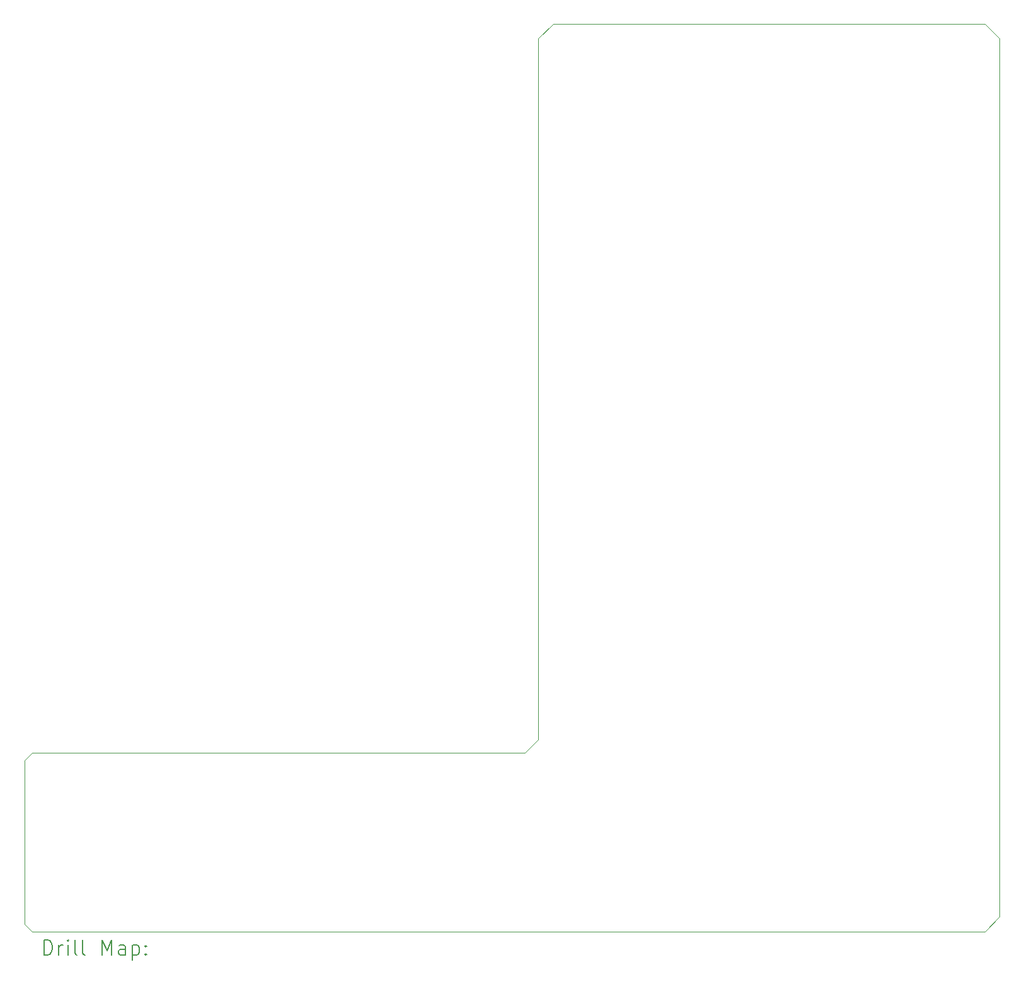
<source format=gbr>
%TF.GenerationSoftware,KiCad,Pcbnew,8.0.8-8.0.8-0~ubuntu22.04.1*%
%TF.CreationDate,2025-02-11T23:42:32+01:00*%
%TF.ProjectId,aovv_rev_0,616f7676-5f72-4657-965f-302e6b696361,rev?*%
%TF.SameCoordinates,Original*%
%TF.FileFunction,Drillmap*%
%TF.FilePolarity,Positive*%
%FSLAX45Y45*%
G04 Gerber Fmt 4.5, Leading zero omitted, Abs format (unit mm)*
G04 Created by KiCad (PCBNEW 8.0.8-8.0.8-0~ubuntu22.04.1) date 2025-02-11 23:42:32*
%MOMM*%
%LPD*%
G01*
G04 APERTURE LIST*
%ADD10C,0.050000*%
%ADD11C,0.200000*%
G04 APERTURE END LIST*
D10*
X15500000Y-3900000D02*
X19900000Y-3900000D01*
X21500000Y-15700000D02*
X21500000Y-15900000D01*
X21500000Y-15900000D02*
X21300000Y-16100000D01*
X21500000Y-4100000D02*
X21300000Y-3900000D01*
X21300000Y-3900000D02*
X19900000Y-3900000D01*
X8400000Y-13800000D02*
X8500000Y-13700000D01*
X8400000Y-16000000D02*
X8400000Y-13800000D01*
X15120000Y-13700000D02*
X8500000Y-13700000D01*
X8500000Y-16100000D02*
X8400000Y-16000000D01*
X21300000Y-16100000D02*
X8500000Y-16100000D01*
X15300000Y-4100000D02*
X15300000Y-13500000D01*
X21500000Y-4100000D02*
X21500000Y-15700000D01*
X15300000Y-4100000D02*
X15500000Y-3900000D01*
X15120000Y-13700000D02*
X15300000Y-13520000D01*
X15300000Y-13500000D02*
X15300000Y-13520000D01*
D11*
X8658277Y-16413984D02*
X8658277Y-16213984D01*
X8658277Y-16213984D02*
X8705896Y-16213984D01*
X8705896Y-16213984D02*
X8734467Y-16223508D01*
X8734467Y-16223508D02*
X8753515Y-16242555D01*
X8753515Y-16242555D02*
X8763039Y-16261603D01*
X8763039Y-16261603D02*
X8772563Y-16299698D01*
X8772563Y-16299698D02*
X8772563Y-16328269D01*
X8772563Y-16328269D02*
X8763039Y-16366365D01*
X8763039Y-16366365D02*
X8753515Y-16385412D01*
X8753515Y-16385412D02*
X8734467Y-16404460D01*
X8734467Y-16404460D02*
X8705896Y-16413984D01*
X8705896Y-16413984D02*
X8658277Y-16413984D01*
X8858277Y-16413984D02*
X8858277Y-16280650D01*
X8858277Y-16318746D02*
X8867801Y-16299698D01*
X8867801Y-16299698D02*
X8877324Y-16290174D01*
X8877324Y-16290174D02*
X8896372Y-16280650D01*
X8896372Y-16280650D02*
X8915420Y-16280650D01*
X8982086Y-16413984D02*
X8982086Y-16280650D01*
X8982086Y-16213984D02*
X8972563Y-16223508D01*
X8972563Y-16223508D02*
X8982086Y-16233031D01*
X8982086Y-16233031D02*
X8991610Y-16223508D01*
X8991610Y-16223508D02*
X8982086Y-16213984D01*
X8982086Y-16213984D02*
X8982086Y-16233031D01*
X9105896Y-16413984D02*
X9086848Y-16404460D01*
X9086848Y-16404460D02*
X9077324Y-16385412D01*
X9077324Y-16385412D02*
X9077324Y-16213984D01*
X9210658Y-16413984D02*
X9191610Y-16404460D01*
X9191610Y-16404460D02*
X9182086Y-16385412D01*
X9182086Y-16385412D02*
X9182086Y-16213984D01*
X9439229Y-16413984D02*
X9439229Y-16213984D01*
X9439229Y-16213984D02*
X9505896Y-16356841D01*
X9505896Y-16356841D02*
X9572563Y-16213984D01*
X9572563Y-16213984D02*
X9572563Y-16413984D01*
X9753515Y-16413984D02*
X9753515Y-16309222D01*
X9753515Y-16309222D02*
X9743991Y-16290174D01*
X9743991Y-16290174D02*
X9724944Y-16280650D01*
X9724944Y-16280650D02*
X9686848Y-16280650D01*
X9686848Y-16280650D02*
X9667801Y-16290174D01*
X9753515Y-16404460D02*
X9734467Y-16413984D01*
X9734467Y-16413984D02*
X9686848Y-16413984D01*
X9686848Y-16413984D02*
X9667801Y-16404460D01*
X9667801Y-16404460D02*
X9658277Y-16385412D01*
X9658277Y-16385412D02*
X9658277Y-16366365D01*
X9658277Y-16366365D02*
X9667801Y-16347317D01*
X9667801Y-16347317D02*
X9686848Y-16337793D01*
X9686848Y-16337793D02*
X9734467Y-16337793D01*
X9734467Y-16337793D02*
X9753515Y-16328269D01*
X9848753Y-16280650D02*
X9848753Y-16480650D01*
X9848753Y-16290174D02*
X9867801Y-16280650D01*
X9867801Y-16280650D02*
X9905896Y-16280650D01*
X9905896Y-16280650D02*
X9924944Y-16290174D01*
X9924944Y-16290174D02*
X9934467Y-16299698D01*
X9934467Y-16299698D02*
X9943991Y-16318746D01*
X9943991Y-16318746D02*
X9943991Y-16375888D01*
X9943991Y-16375888D02*
X9934467Y-16394936D01*
X9934467Y-16394936D02*
X9924944Y-16404460D01*
X9924944Y-16404460D02*
X9905896Y-16413984D01*
X9905896Y-16413984D02*
X9867801Y-16413984D01*
X9867801Y-16413984D02*
X9848753Y-16404460D01*
X10029705Y-16394936D02*
X10039229Y-16404460D01*
X10039229Y-16404460D02*
X10029705Y-16413984D01*
X10029705Y-16413984D02*
X10020182Y-16404460D01*
X10020182Y-16404460D02*
X10029705Y-16394936D01*
X10029705Y-16394936D02*
X10029705Y-16413984D01*
X10029705Y-16290174D02*
X10039229Y-16299698D01*
X10039229Y-16299698D02*
X10029705Y-16309222D01*
X10029705Y-16309222D02*
X10020182Y-16299698D01*
X10020182Y-16299698D02*
X10029705Y-16290174D01*
X10029705Y-16290174D02*
X10029705Y-16309222D01*
M02*

</source>
